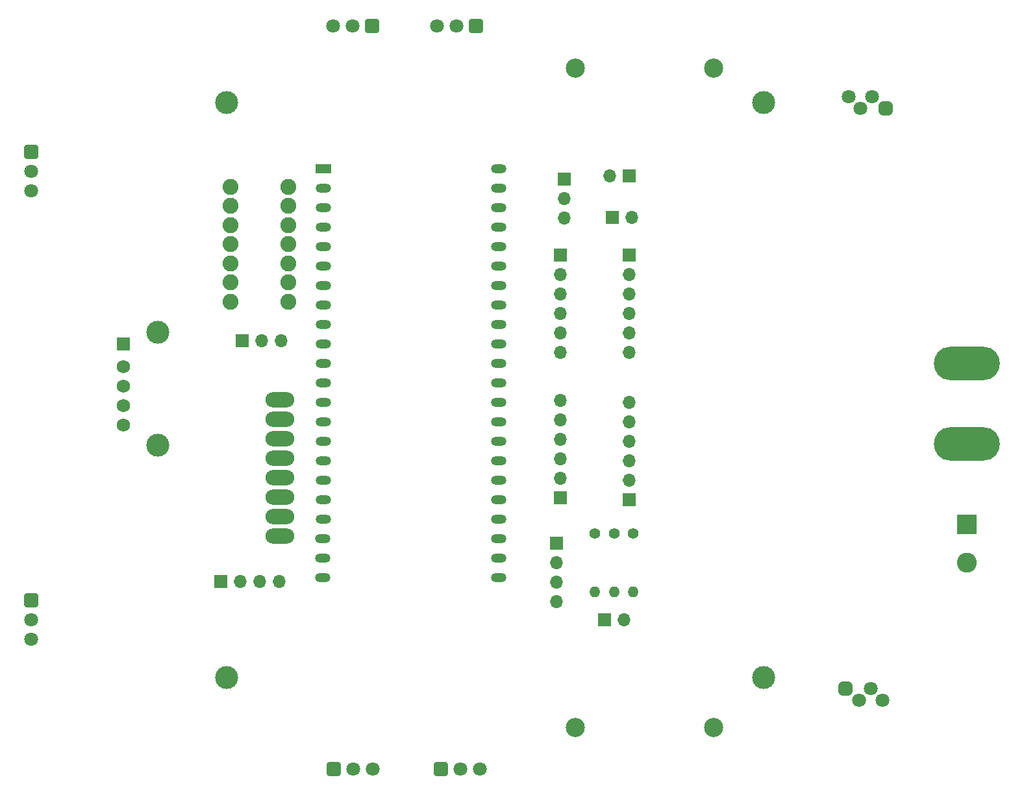
<source format=gbr>
%TF.GenerationSoftware,KiCad,Pcbnew,8.0.1*%
%TF.CreationDate,2024-08-22T17:50:51+03:00*%
%TF.ProjectId,Maze_kiCad,4d617a65-5f6b-4694-9361-642e6b696361,rev?*%
%TF.SameCoordinates,Original*%
%TF.FileFunction,Soldermask,Bot*%
%TF.FilePolarity,Negative*%
%FSLAX46Y46*%
G04 Gerber Fmt 4.6, Leading zero omitted, Abs format (unit mm)*
G04 Created by KiCad (PCBNEW 8.0.1) date 2024-08-22 17:50:51*
%MOMM*%
%LPD*%
G01*
G04 APERTURE LIST*
G04 Aperture macros list*
%AMRoundRect*
0 Rectangle with rounded corners*
0 $1 Rounding radius*
0 $2 $3 $4 $5 $6 $7 $8 $9 X,Y pos of 4 corners*
0 Add a 4 corners polygon primitive as box body*
4,1,4,$2,$3,$4,$5,$6,$7,$8,$9,$2,$3,0*
0 Add four circle primitives for the rounded corners*
1,1,$1+$1,$2,$3*
1,1,$1+$1,$4,$5*
1,1,$1+$1,$6,$7*
1,1,$1+$1,$8,$9*
0 Add four rect primitives between the rounded corners*
20,1,$1+$1,$2,$3,$4,$5,0*
20,1,$1+$1,$4,$5,$6,$7,0*
20,1,$1+$1,$6,$7,$8,$9,0*
20,1,$1+$1,$8,$9,$2,$3,0*%
G04 Aperture macros list end*
%ADD10R,1.700000X1.700000*%
%ADD11O,1.700000X1.700000*%
%ADD12C,2.500000*%
%ADD13R,2.000000X1.200000*%
%ADD14O,2.000000X1.200000*%
%ADD15O,3.760000X1.982000*%
%ADD16C,1.734000*%
%ADD17C,1.400000*%
%ADD18O,1.400000X1.400000*%
%ADD19RoundRect,0.450000X-0.450000X-0.450000X0.450000X-0.450000X0.450000X0.450000X-0.450000X0.450000X0*%
%ADD20C,1.800000*%
%ADD21O,8.604000X4.404000*%
%ADD22C,3.000000*%
%ADD23C,2.083600*%
%ADD24RoundRect,0.250200X-0.649800X-0.649800X0.649800X-0.649800X0.649800X0.649800X-0.649800X0.649800X0*%
%ADD25RoundRect,0.250200X-0.649800X0.649800X-0.649800X-0.649800X0.649800X-0.649800X0.649800X0.649800X0*%
%ADD26RoundRect,0.250200X0.649800X0.649800X-0.649800X0.649800X-0.649800X-0.649800X0.649800X-0.649800X0*%
%ADD27RoundRect,0.450000X0.450000X0.450000X-0.450000X0.450000X-0.450000X-0.450000X0.450000X-0.450000X0*%
%ADD28R,2.600000X2.600000*%
%ADD29C,2.600000*%
G04 APERTURE END LIST*
D10*
%TO.C,J9*%
X152475000Y-111825000D03*
D11*
X152475000Y-109285000D03*
X152475000Y-106745000D03*
X152475000Y-104205000D03*
X152475000Y-101665000D03*
X152475000Y-99125000D03*
%TD*%
D12*
%TO.C,*%
X145500000Y-141500000D03*
%TD*%
D13*
%TO.C,U1*%
X112570000Y-68607920D03*
D14*
X112570000Y-71147920D03*
X112570000Y-73687920D03*
X112570000Y-76227920D03*
X112570000Y-78767920D03*
X112570000Y-81307920D03*
X112570000Y-83847920D03*
X112570000Y-86387920D03*
X112570000Y-88927920D03*
X112570000Y-91467920D03*
X112570000Y-94007920D03*
X112570000Y-96547920D03*
X112570000Y-99087920D03*
X112570000Y-101627920D03*
X112570000Y-104167920D03*
X112570000Y-106707920D03*
X112570000Y-109247920D03*
X112570000Y-111787920D03*
X112570000Y-114327920D03*
X112566320Y-116865200D03*
X112566320Y-119405200D03*
X112566320Y-121945200D03*
X135430000Y-121947920D03*
X135430000Y-119407920D03*
X135430000Y-116867920D03*
X135430000Y-114327920D03*
X135430000Y-111787920D03*
X135430000Y-109247920D03*
X135430000Y-106707920D03*
X135430000Y-104167920D03*
X135430000Y-101627920D03*
X135430000Y-99087920D03*
X135430000Y-96547920D03*
X135430000Y-94007920D03*
X135430000Y-91467920D03*
X135430000Y-88927920D03*
X135430000Y-86387920D03*
X135430000Y-83847920D03*
X135430000Y-81307920D03*
X135430000Y-78767920D03*
X135430000Y-76227920D03*
X135430000Y-73687920D03*
X135430000Y-71147920D03*
X135430000Y-68607920D03*
%TD*%
D15*
%TO.C,U8*%
X106897500Y-101332500D03*
X106897500Y-114032500D03*
X106897500Y-98792500D03*
X106897500Y-111492500D03*
X106897500Y-108952500D03*
X106897500Y-116572500D03*
X106897500Y-103872500D03*
X106897500Y-106412500D03*
%TD*%
D10*
%TO.C,J8*%
X143475000Y-111570000D03*
D11*
X143475000Y-109030000D03*
X143475000Y-106490000D03*
X143475000Y-103950000D03*
X143475000Y-101410000D03*
X143475000Y-98870000D03*
%TD*%
D16*
%TO.C,U9*%
X86500000Y-94500000D03*
X86500000Y-97040000D03*
X86500000Y-99580000D03*
X86500000Y-102120000D03*
%TD*%
D10*
%TO.C,J11*%
X152500000Y-79920000D03*
D11*
X152500000Y-82460000D03*
X152500000Y-85000000D03*
X152500000Y-87540000D03*
X152500000Y-90080000D03*
X152500000Y-92620000D03*
%TD*%
D17*
%TO.C,R2*%
X150500000Y-116230000D03*
D18*
X150500000Y-123850000D03*
%TD*%
D19*
%TO.C,D2*%
X180674000Y-136476000D03*
D20*
X182452000Y-138000000D03*
X183976000Y-136476000D03*
X185500000Y-138000000D03*
%TD*%
D21*
%TO.C,S1*%
X196500000Y-104500000D03*
X196500000Y-94000000D03*
%TD*%
D12*
%TO.C,*%
X163500000Y-141500000D03*
%TD*%
D10*
%TO.C,U10*%
X102000000Y-91080000D03*
D11*
X104540000Y-91080000D03*
X107080000Y-91080000D03*
%TD*%
D10*
%TO.C,J2*%
X152500000Y-69565000D03*
D11*
X149960000Y-69565000D03*
%TD*%
D22*
%TO.C,*%
X170000000Y-135000000D03*
%TD*%
D23*
%TO.C,MotorDriver1*%
X108000000Y-86000000D03*
X108000000Y-83500000D03*
X108000000Y-81000000D03*
X108000000Y-78500000D03*
X108000000Y-76000000D03*
X108000000Y-73500000D03*
X108000000Y-71000000D03*
X100500000Y-86000000D03*
X100500000Y-83500000D03*
X100500000Y-81000000D03*
X100500000Y-78500000D03*
X100500000Y-76000000D03*
X100500000Y-73500000D03*
X100500000Y-71000000D03*
%TD*%
D24*
%TO.C,U3*%
X127960000Y-146975000D03*
D20*
X130500000Y-146975000D03*
X133040000Y-146975000D03*
%TD*%
D10*
%TO.C,J12*%
X143000000Y-117460000D03*
D11*
X143000000Y-120000000D03*
X143000000Y-122540000D03*
X143000000Y-125080000D03*
%TD*%
D10*
%TO.C,J3*%
X149250000Y-127515000D03*
D11*
X151790000Y-127515000D03*
%TD*%
D22*
%TO.C,*%
X100000000Y-135000000D03*
%TD*%
D12*
%TO.C,*%
X163500000Y-55500000D03*
%TD*%
D10*
%TO.C,J6*%
X86500000Y-91500000D03*
%TD*%
%TO.C,J5*%
X99200000Y-122475000D03*
D11*
X101740000Y-122475000D03*
X104280000Y-122475000D03*
X106820000Y-122475000D03*
%TD*%
D25*
%TO.C,U4*%
X74525000Y-66460000D03*
D20*
X74525000Y-69000000D03*
X74525000Y-71540000D03*
%TD*%
D26*
%TO.C,U6*%
X119000000Y-50000000D03*
D20*
X116460000Y-50000000D03*
X113920000Y-50000000D03*
%TD*%
D17*
%TO.C,R3*%
X148000000Y-116230000D03*
D18*
X148000000Y-123850000D03*
%TD*%
D26*
%TO.C,U5*%
X132540000Y-50000000D03*
D20*
X130000000Y-50000000D03*
X127460000Y-50000000D03*
%TD*%
D25*
%TO.C,U7*%
X74525000Y-124960000D03*
D20*
X74525000Y-127500000D03*
X74525000Y-130040000D03*
%TD*%
D22*
%TO.C,*%
X100000000Y-60000000D03*
%TD*%
D27*
%TO.C,D1*%
X185910000Y-60760000D03*
D20*
X184132000Y-59236000D03*
X182608000Y-60760000D03*
X181084000Y-59236000D03*
%TD*%
D22*
%TO.C,*%
X170000000Y-60000000D03*
%TD*%
%TO.C,*%
X91000000Y-90000000D03*
%TD*%
D17*
%TO.C,R1*%
X153000000Y-116230000D03*
D18*
X153000000Y-123850000D03*
%TD*%
D10*
%TO.C,J10*%
X143500000Y-79920000D03*
D11*
X143500000Y-82460000D03*
X143500000Y-85000000D03*
X143500000Y-87540000D03*
X143500000Y-90080000D03*
X143500000Y-92620000D03*
%TD*%
D22*
%TO.C,*%
X91000000Y-104700000D03*
%TD*%
D12*
%TO.C,*%
X145500000Y-55500000D03*
%TD*%
D28*
%TO.C,J1*%
X196500000Y-115000000D03*
D29*
X196500000Y-120000000D03*
%TD*%
D10*
%TO.C,J4*%
X150250000Y-75015000D03*
D11*
X152790000Y-75015000D03*
%TD*%
D24*
%TO.C,U2*%
X113960000Y-146975000D03*
D20*
X116500000Y-146975000D03*
X119040000Y-146975000D03*
%TD*%
D10*
%TO.C,J7*%
X144000000Y-70000000D03*
D11*
X144000000Y-72540000D03*
X144000000Y-75080000D03*
%TD*%
M02*

</source>
